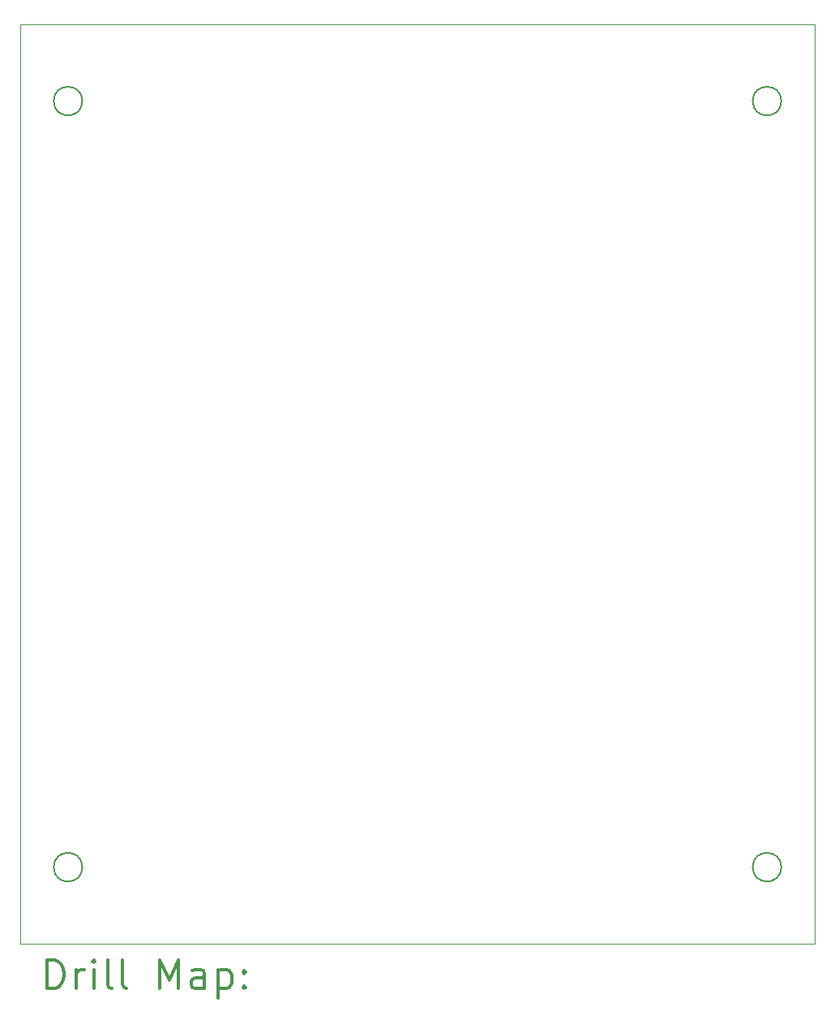
<source format=gbr>
%FSLAX45Y45*%
G04 Gerber Fmt 4.5, Leading zero omitted, Abs format (unit mm)*
G04 Created by KiCad (PCBNEW (5.1.10)-1) date 2022-04-02 16:09:59*
%MOMM*%
%LPD*%
G01*
G04 APERTURE LIST*
%TA.AperFunction,Profile*%
%ADD10C,0.150000*%
%TD*%
%TA.AperFunction,Profile*%
%ADD11C,0.050000*%
%TD*%
%ADD12C,0.200000*%
%ADD13C,0.300000*%
G04 APERTURE END LIST*
D10*
X9650000Y-13900000D02*
G75*
G03*
X9650000Y-13900000I-150000J0D01*
G01*
X16950000Y-13900000D02*
G75*
G03*
X16950000Y-13900000I-150000J0D01*
G01*
X16950000Y-5900000D02*
G75*
G03*
X16950000Y-5900000I-150000J0D01*
G01*
X9650000Y-5900000D02*
G75*
G03*
X9650000Y-5900000I-150000J0D01*
G01*
D11*
X9000000Y-14700000D02*
X17300000Y-14700000D01*
X9000000Y-5100000D02*
X9000000Y-14700000D01*
X17300000Y-5100000D02*
X9000000Y-5100000D01*
X17300000Y-5100000D02*
X17300000Y-14700000D01*
D12*
D13*
X9283928Y-15168214D02*
X9283928Y-14868214D01*
X9355357Y-14868214D01*
X9398214Y-14882500D01*
X9426786Y-14911071D01*
X9441071Y-14939643D01*
X9455357Y-14996786D01*
X9455357Y-15039643D01*
X9441071Y-15096786D01*
X9426786Y-15125357D01*
X9398214Y-15153929D01*
X9355357Y-15168214D01*
X9283928Y-15168214D01*
X9583928Y-15168214D02*
X9583928Y-14968214D01*
X9583928Y-15025357D02*
X9598214Y-14996786D01*
X9612500Y-14982500D01*
X9641071Y-14968214D01*
X9669643Y-14968214D01*
X9769643Y-15168214D02*
X9769643Y-14968214D01*
X9769643Y-14868214D02*
X9755357Y-14882500D01*
X9769643Y-14896786D01*
X9783928Y-14882500D01*
X9769643Y-14868214D01*
X9769643Y-14896786D01*
X9955357Y-15168214D02*
X9926786Y-15153929D01*
X9912500Y-15125357D01*
X9912500Y-14868214D01*
X10112500Y-15168214D02*
X10083928Y-15153929D01*
X10069643Y-15125357D01*
X10069643Y-14868214D01*
X10455357Y-15168214D02*
X10455357Y-14868214D01*
X10555357Y-15082500D01*
X10655357Y-14868214D01*
X10655357Y-15168214D01*
X10926786Y-15168214D02*
X10926786Y-15011071D01*
X10912500Y-14982500D01*
X10883928Y-14968214D01*
X10826786Y-14968214D01*
X10798214Y-14982500D01*
X10926786Y-15153929D02*
X10898214Y-15168214D01*
X10826786Y-15168214D01*
X10798214Y-15153929D01*
X10783928Y-15125357D01*
X10783928Y-15096786D01*
X10798214Y-15068214D01*
X10826786Y-15053929D01*
X10898214Y-15053929D01*
X10926786Y-15039643D01*
X11069643Y-14968214D02*
X11069643Y-15268214D01*
X11069643Y-14982500D02*
X11098214Y-14968214D01*
X11155357Y-14968214D01*
X11183928Y-14982500D01*
X11198214Y-14996786D01*
X11212500Y-15025357D01*
X11212500Y-15111071D01*
X11198214Y-15139643D01*
X11183928Y-15153929D01*
X11155357Y-15168214D01*
X11098214Y-15168214D01*
X11069643Y-15153929D01*
X11341071Y-15139643D02*
X11355357Y-15153929D01*
X11341071Y-15168214D01*
X11326786Y-15153929D01*
X11341071Y-15139643D01*
X11341071Y-15168214D01*
X11341071Y-14982500D02*
X11355357Y-14996786D01*
X11341071Y-15011071D01*
X11326786Y-14996786D01*
X11341071Y-14982500D01*
X11341071Y-15011071D01*
M02*

</source>
